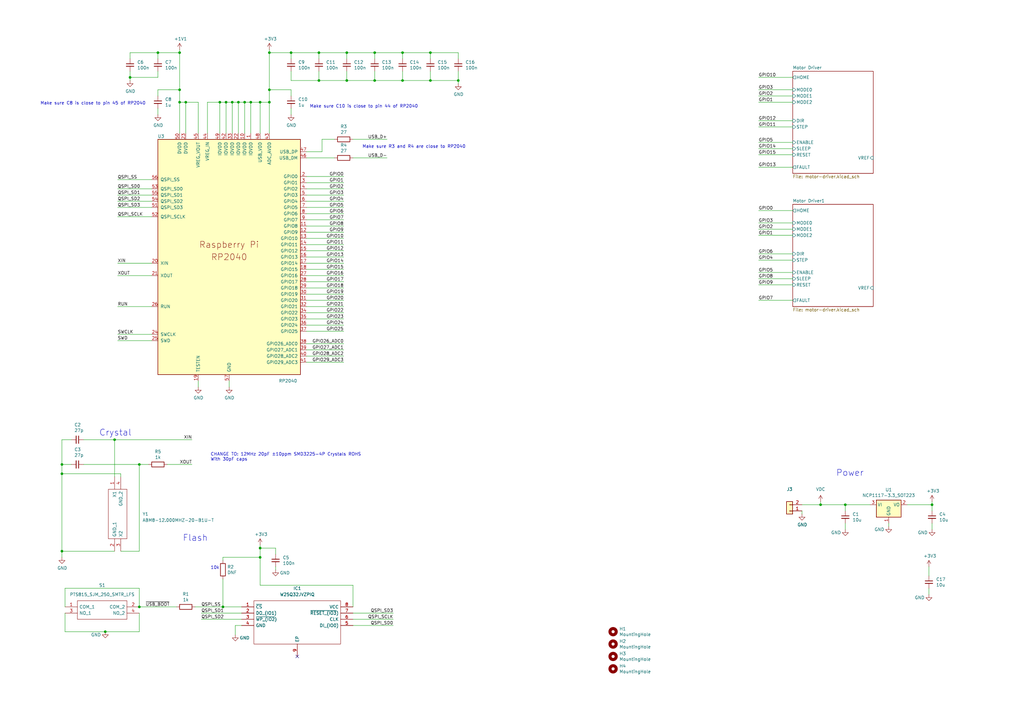
<source format=kicad_sch>
(kicad_sch (version 20230121) (generator eeschema)
  (paper "A3")
  (title_block (title "RP2040 Minimal Design Example") (date "2020-12-18") (rev "REV1") (company "Raspberry Pi (Trading) Ltd"))
  (lib_symbols
    (symbol "ABM8-12.000MHZ-20-B1U-T:ABM8-12.000MHZ-20-B1U-T" (pin_names (offset 0.762))
      (property "Reference" "Y" (at 26.67 7.62 0))
      (property "Value" "ABM8-12.000MHZ-20-B1U-T" (at 26.67 5.08 0))
      (symbol "ABM8-12.000MHZ-20-B1U-T_0_0"
        (pin passive line (at 0 -2.54 0) (length 5.08) (name "X1") (number "1"))
        (pin passive line (at 30.48 -2.54 180) (length 5.08) (name "GND_1") (number "2"))
        (pin passive line (at 30.48 0 180) (length 5.08) (name "X2") (number "3"))
        (pin passive line (at 0 0 0) (length 5.08) (name "GND_2") (number "4"))
      )
      (symbol "ABM8-12.000MHZ-20-B1U-T_0_1"
        (polyline (pts (xy 5.08 2.54) (xy 25.4 2.54) (xy 25.4 -5.08) (xy 5.08 -5.08) (xy 5.08 2.54)) (stroke (width 0.1524)))
      )
    )
    (symbol "Connector_Generic:Conn_01x02" (pin_names (offset 1.016) hide)
      (property "Reference" "J" (at 0 2.54 0))
      (property "Value" "Conn_01x02" (at 0 -5.08 0))
      (symbol "Conn_01x02_1_1"
        (rectangle (start -1.27 -2.413) (end 0 -2.667) (stroke (width 0.1524)))
        (rectangle (start -1.27 0.127) (end 0 -0.127) (stroke (width 0.1524)))
        (rectangle (start -1.27 1.27) (end 1.27 -3.81) (stroke (width 0.254)) (fill (type background)))
        (pin passive line (at -5.08 0 0) (length 3.81) (name "Pin_1") (number "1"))
        (pin passive line (at -5.08 -2.54 0) (length 3.81) (name "Pin_2") (number "2"))
      )
    )
    (symbol "Device:C_Small" (pin_numbers hide) (pin_names (offset 0.254) hide)
      (property "Reference" "C" (at 0.254 1.778 0))
      (property "Value" "C_Small" (at 0.254 -2.032 0))
      (symbol "C_Small_0_1"
        (polyline (pts (xy -1.524 -0.508) (xy 1.524 -0.508)) (stroke (width 0.3302)))
        (polyline (pts (xy -1.524 0.508) (xy 1.524 0.508)) (stroke (width 0.3048)))
      )
      (symbol "C_Small_1_1"
        (pin passive line (at 0 2.54 270) (length 2.032) (name "~") (number "1"))
        (pin passive line (at 0 -2.54 90) (length 2.032) (name "~") (number "2"))
      )
    )
    (symbol "Device:R" (pin_numbers hide) (pin_names (offset 0))
      (property "Reference" "R" (at 2.032 0 90))
      (property "Value" "R" (at 0 0 90))
      (symbol "R_0_1"
        (rectangle (start -1.016 -2.54) (end 1.016 2.54) (stroke (width 0.254)))
      )
      (symbol "R_1_1"
        (pin passive line (at 0 3.81 270) (length 1.27) (name "~") (number "1"))
        (pin passive line (at 0 -3.81 90) (length 1.27) (name "~") (number "2"))
      )
    )
    (symbol "MCU_RaspberryPi_RP2040:RP2040" (pin_names (offset 1.016))
      (property "Reference" "U" (at -29.21 49.53 0))
      (property "Value" "RP2040" (at 24.13 -49.53 0))
      (symbol "RP2040_0_0"
        (text "Raspberry Pi" (at 0 5.08 0) (effects (font (size 2.54 2.54))))
        (text "RP2040" (at 0 0 0) (effects (font (size 2.54 2.54))))
      )
      (symbol "RP2040_0_1"
        (rectangle (start 29.21 48.26) (end -29.21 -48.26) (stroke (width 0.254)) (fill (type background)))
      )
      (symbol "RP2040_1_1"
        (pin power_in line (at 8.89 50.8 270) (length 2.54) (name "IOVDD") (number "1"))
        (pin power_in line (at 6.35 50.8 270) (length 2.54) (name "IOVDD") (number "10"))
        (pin bidirectional line (at 31.75 12.7 180) (length 2.54) (name "GPIO8") (number "11"))
        (pin bidirectional line (at 31.75 10.16 180) (length 2.54) (name "GPIO9") (number "12"))
        (pin bidirectional line (at 31.75 7.62 180) (length 2.54) (name "GPIO10") (number "13"))
        (pin bidirectional line (at 31.75 5.08 180) (length 2.54) (name "GPIO11") (number "14"))
        (pin bidirectional line (at 31.75 2.54 180) (length 2.54) (name "GPIO12") (number "15"))
        (pin bidirectional line (at 31.75 0 180) (length 2.54) (name "GPIO13") (number "16"))
        (pin bidirectional line (at 31.75 -2.54 180) (length 2.54) (name "GPIO14") (number "17"))
        (pin bidirectional line (at 31.75 -5.08 180) (length 2.54) (name "GPIO15") (number "18"))
        (pin passive line (at -12.7 -50.8 90) (length 2.54) (name "TESTEN") (number "19"))
        (pin bidirectional line (at 31.75 33.02 180) (length 2.54) (name "GPIO0") (number "2"))
        (pin input line (at -31.75 -2.54 0) (length 2.54) (name "XIN") (number "20"))
        (pin passive line (at -31.75 -7.62 0) (length 2.54) (name "XOUT") (number "21"))
        (pin power_in line (at 3.81 50.8 270) (length 2.54) (name "IOVDD") (number "22"))
        (pin power_in line (at -17.78 50.8 270) (length 2.54) (name "DVDD") (number "23"))
        (pin output line (at -31.75 -31.75 0) (length 2.54) (name "SWCLK") (number "24"))
        (pin bidirectional line (at -31.75 -34.29 0) (length 2.54) (name "SWD") (number "25"))
        (pin input line (at -31.75 -20.32 0) (length 2.54) (name "RUN") (number "26"))
        (pin bidirectional line (at 31.75 -7.62 180) (length 2.54) (name "GPIO16") (number "27"))
        (pin bidirectional line (at 31.75 -10.16 180) (length 2.54) (name "GPIO17") (number "28"))
        (pin bidirectional line (at 31.75 -12.7 180) (length 2.54) (name "GPIO18") (number "29"))
        (pin bidirectional line (at 31.75 30.48 180) (length 2.54) (name "GPIO1") (number "3"))
        (pin bidirectional line (at 31.75 -15.24 180) (length 2.54) (name "GPIO19") (number "30"))
        (pin bidirectional line (at 31.75 -17.78 180) (length 2.54) (name "GPIO20") (number "31"))
        (pin bidirectional line (at 31.75 -20.32 180) (length 2.54) (name "GPIO21") (number "32"))
        (pin power_in line (at 1.27 50.8 270) (length 2.54) (name "IOVDD") (number "33"))
        (pin bidirectional line (at 31.75 -22.86 180) (length 2.54) (name "GPIO22") (number "34"))
        (pin bidirectional line (at 31.75 -25.4 180) (length 2.54) (name "GPIO23") (number "35"))
        (pin bidirectional line (at 31.75 -27.94 180) (length 2.54) (name "GPIO24") (number "36"))
        (pin bidirectional line (at 31.75 -30.48 180) (length 2.54) (name "GPIO25") (number "37"))
        (pin bidirectional line (at 31.75 -35.56 180) (length 2.54) (name "GPIO26_ADC0") (number "38"))
        (pin bidirectional line (at 31.75 -38.1 180) (length 2.54) (name "GPIO27_ADC1") (number "39"))
        (pin bidirectional line (at 31.75 27.94 180) (length 2.54) (name "GPIO2") (number "4"))
        (pin bidirectional line (at 31.75 -40.64 180) (length 2.54) (name "GPIO28_ADC2") (number "40"))
        (pin bidirectional line (at 31.75 -43.18 180) (length 2.54) (name "GPIO29_ADC3") (number "41"))
        (pin power_in line (at -1.27 50.8 270) (length 2.54) (name "IOVDD") (number "42"))
        (pin power_in line (at 16.51 50.8 270) (length 2.54) (name "ADC_AVDD") (number "43"))
        (pin power_in line (at -8.89 50.8 270) (length 2.54) (name "VREG_IN") (number "44"))
        (pin power_out line (at -12.7 50.8 270) (length 2.54) (name "VREG_VOUT") (number "45"))
        (pin bidirectional line (at 31.75 40.64 180) (length 2.54) (name "USB_DM") (number "46"))
        (pin bidirectional line (at 31.75 43.18 180) (length 2.54) (name "USB_DP") (number "47"))
        (pin power_in line (at 12.7 50.8 270) (length 2.54) (name "USB_VDD") (number "48"))
        (pin power_in line (at -3.81 50.8 270) (length 2.54) (name "IOVDD") (number "49"))
        (pin bidirectional line (at 31.75 25.4 180) (length 2.54) (name "GPIO3") (number "5"))
        (pin power_in line (at -20.32 50.8 270) (length 2.54) (name "DVDD") (number "50"))
        (pin bidirectional line (at -31.75 20.32 0) (length 2.54) (name "QSPI_SD3") (number "51"))
        (pin output line (at -31.75 16.51 0) (length 2.54) (name "QSPI_SCLK") (number "52"))
        (pin bidirectional line (at -31.75 27.94 0) (length 2.54) (name "QSPI_SD0") (number "53"))
        (pin bidirectional line (at -31.75 22.86 0) (length 2.54) (name "QSPI_SD2") (number "54"))
        (pin bidirectional line (at -31.75 25.4 0) (length 2.54) (name "QSPI_SD1") (number "55"))
        (pin bidirectional line (at -31.75 31.75 0) (length 2.54) (name "QSPI_SS") (number "56"))
        (pin power_in line (at 0 -50.8 90) (length 2.54) (name "GND") (number "57"))
        (pin bidirectional line (at 31.75 22.86 180) (length 2.54) (name "GPIO4") (number "6"))
        (pin bidirectional line (at 31.75 20.32 180) (length 2.54) (name "GPIO5") (number "7"))
        (pin bidirectional line (at 31.75 17.78 180) (length 2.54) (name "GPIO6") (number "8"))
        (pin bidirectional line (at 31.75 15.24 180) (length 2.54) (name "GPIO7") (number "9"))
      )
    )
    (symbol "Mechanical:MountingHole" (pin_names (offset 1.016))
      (property "Reference" "H" (at 0 5.08 0))
      (property "Value" "MountingHole" (at 0 3.175 0))
      (symbol "MountingHole_0_1"
        (circle (center 0 0) (radius 1.27) (stroke (width 1.27)))
      )
    )
    (symbol "PTS815_SJM_250_SMTR_LFS:PTS815_SJM_250_SMTR_LFS" (pin_names (offset 0.762))
      (property "Reference" "S" (at 26.67 7.62 0))
      (property "Value" "PTS815_SJM_250_SMTR_LFS" (at 26.67 5.08 0))
      (symbol "PTS815_SJM_250_SMTR_LFS_0_0"
        (pin passive line (at 0 0 0) (length 5.08) (name "COM_1") (number "1"))
        (pin passive line (at 30.48 0 180) (length 5.08) (name "COM_2") (number "2"))
        (pin passive line (at 0 -2.54 0) (length 5.08) (name "NO_1") (number "3"))
        (pin passive line (at 30.48 -2.54 180) (length 5.08) (name "NO_2") (number "4"))
      )
      (symbol "PTS815_SJM_250_SMTR_LFS_0_1"
        (polyline (pts (xy 5.08 2.54) (xy 25.4 2.54) (xy 25.4 -5.08) (xy 5.08 -5.08) (xy 5.08 2.54)) (stroke (width 0.1524)))
      )
    )
    (symbol "Regulator_Linear:NCP1117-3.3_SOT223"
      (property "Reference" "U" (at -3.81 3.175 0))
      (property "Value" "NCP1117-3.3_SOT223" (at 0 3.175 0))
      (symbol "NCP1117-3.3_SOT223_0_1"
        (rectangle (start -5.08 -5.08) (end 5.08 1.905) (stroke (width 0.254)) (fill (type background)))
      )
      (symbol "NCP1117-3.3_SOT223_1_1"
        (pin power_in line (at 0 -7.62 90) (length 2.54) (name "GND") (number "1"))
        (pin power_out line (at 7.62 0 180) (length 2.54) (name "VO") (number "2"))
        (pin power_in line (at -7.62 0 0) (length 2.54) (name "VI") (number "3"))
      )
    )
    (symbol "W25Q32JVZPIQ:W25Q32JVZPIQ" (pin_names (offset 0.762))
      (property "Reference" "IC" (at 41.91 7.62 0))
      (property "Value" "W25Q32JVZPIQ" (at 41.91 5.08 0))
      (symbol "W25Q32JVZPIQ_0_0"
        (pin passive line (at 0 0 0) (length 5.08) (name "~{CS}") (number "1"))
        (pin passive line (at 0 -2.54 0) (length 5.08) (name "DO_(IO1)") (number "2"))
        (pin passive line (at 0 -5.08 0) (length 5.08) (name "~{WP_(IO2})") (number "3"))
        (pin passive line (at 0 -7.62 0) (length 5.08) (name "GND") (number "4"))
        (pin passive line (at 45.72 -7.62 180) (length 5.08) (name "DI_(IO0)") (number "5"))
        (pin passive line (at 45.72 -5.08 180) (length 5.08) (name "CLK") (number "6"))
        (pin passive line (at 45.72 -2.54 180) (length 5.08) (name "~{RESET_(IO3})") (number "7"))
        (pin passive line (at 45.72 0 180) (length 5.08) (name "VCC") (number "8"))
        (pin passive line (at 22.86 -20.32 90) (length 5.08) (name "EP") (number "9"))
      )
      (symbol "W25Q32JVZPIQ_0_1"
        (polyline (pts (xy 5.08 2.54) (xy 40.64 2.54) (xy 40.64 -15.24) (xy 5.08 -15.24) (xy 5.08 2.54)) (stroke (width 0.1524)))
      )
    )
    (symbol "power:+1V1" (power) (pin_names (offset 0))
      (property "Value" "+1V1" (at 0 3.556 0))
      (symbol "+1V1_0_1"
        (polyline (pts (xy -0.762 1.27) (xy 0 2.54)))
        (polyline (pts (xy 0 0) (xy 0 2.54)))
        (polyline (pts (xy 0 2.54) (xy 0.762 1.27)))
      )
      (symbol "+1V1_1_1"
        (pin power_in line (at 0 0 90) (length 0) hide (name "+1V1") (number "1"))
      )
    )
    (symbol "power:+3V3" (power) (pin_names (offset 0))
      (property "Value" "+3V3" (at 0 3.556 0))
      (symbol "+3V3_0_1"
        (polyline (pts (xy -0.762 1.27) (xy 0 2.54)))
        (polyline (pts (xy 0 0) (xy 0 2.54)))
        (polyline (pts (xy 0 2.54) (xy 0.762 1.27)))
      )
      (symbol "+3V3_1_1"
        (pin power_in line (at 0 0 90) (length 0) hide (name "+3V3") (number "1"))
      )
    )
    (symbol "power:GND" (power) (pin_names (offset 0))
      (property "Value" "GND" (at 0 -3.81 0))
      (symbol "GND_0_1"
        (polyline (pts (xy 0 0) (xy 0 -1.27) (xy 1.27 -1.27) (xy 0 -2.54) (xy -1.27 -1.27) (xy 0 -1.27)))
      )
      (symbol "GND_1_1"
        (pin power_in line (at 0 0 270) (length 0) hide (name "GND") (number "1"))
      )
    )
    (symbol "power:VDC" (power) (pin_names (offset 0))
      (property "Value" "VDC" (at 0 6.35 0))
      (symbol "VDC_0_1"
        (polyline (pts (xy -0.762 1.27) (xy 0 2.54)))
        (polyline (pts (xy 0 0) (xy 0 2.54)))
        (polyline (pts (xy 0 2.54) (xy 0.762 1.27)))
      )
      (symbol "VDC_1_1"
        (pin power_in line (at 0 0 90) (length 0) hide (name "VDC") (number "1"))
      )
    )
  )
  (junction (at 346.71 207.01))
  (junction (at 165.1 21.59))
  (junction (at 43.18 259.08))
  (junction (at 176.53 33.02))
  (junction (at 57.15 190.5))
  (junction (at 100.33 41.91))
  (junction (at 25.4 190.5))
  (junction (at 73.66 36.83))
  (junction (at 102.87 41.91))
  (junction (at 106.68 228.6))
  (junction (at 153.67 21.59))
  (junction (at 25.4 194.31))
  (junction (at 53.34 31.75))
  (junction (at 92.71 41.91))
  (junction (at 73.66 41.91))
  (junction (at 57.15 248.92))
  (junction (at 382.27 207.01))
  (junction (at 119.38 21.59))
  (junction (at 64.77 21.59))
  (junction (at 187.96 33.02))
  (junction (at 176.53 21.59))
  (junction (at 153.67 33.02))
  (junction (at 76.2 41.91))
  (junction (at 46.99 180.34))
  (junction (at 142.24 21.59))
  (junction (at 95.25 41.91))
  (junction (at 130.81 21.59))
  (junction (at 130.81 33.02))
  (junction (at 142.24 33.02))
  (junction (at 90.17 41.91))
  (junction (at 110.49 21.59))
  (junction (at 97.79 41.91))
  (junction (at 91.44 248.92))
  (junction (at 106.68 41.91))
  (junction (at 25.4 226.06))
  (junction (at 106.68 224.79))
  (junction (at 73.66 21.59))
  (junction (at 336.55 207.01))
  (junction (at 165.1 33.02))
  (junction (at 110.49 36.83))
  (junction (at 110.49 41.91))
  (no_connect (at 121.92 269.24))
  (wire (pts (xy 176.53 21.59) (xy 187.96 21.59)))
  (wire (pts (xy 311.15 91.44) (xy 325.12 91.44)))
  (wire (pts (xy 165.1 21.59) (xy 176.53 21.59)))
  (wire (pts (xy 34.29 180.34) (xy 46.99 180.34)))
  (wire (pts (xy 62.23 137.16) (xy 48.26 137.16)))
  (wire (pts (xy 144.78 64.77) (xy 158.75 64.77)))
  (wire (pts (xy 26.67 241.3) (xy 57.15 241.3)))
  (wire (pts (xy 81.28 156.21) (xy 81.28 158.75)))
  (wire (pts (xy 311.15 68.58) (xy 325.12 68.58)))
  (wire (pts (xy 73.66 20.32) (xy 73.66 21.59)))
  (wire (pts (xy 99.06 251.46) (xy 82.55 251.46)))
  (wire (pts (xy 125.73 123.19) (xy 140.97 123.19)))
  (wire (pts (xy 48.26 85.09) (xy 62.23 85.09)))
  (wire (pts (xy 346.71 207.01) (xy 346.71 209.55)))
  (wire (pts (xy 125.73 125.73) (xy 140.97 125.73)))
  (wire (pts (xy 25.4 226.06) (xy 46.99 226.06)))
  (wire (pts (xy 125.73 64.77) (xy 137.16 64.77)))
  (wire (pts (xy 81.28 54.61) (xy 81.28 41.91)))
  (wire (pts (xy 64.77 44.45) (xy 64.77 46.99)))
  (wire (pts (xy 311.15 39.37) (xy 325.12 39.37)))
  (wire (pts (xy 43.18 259.08) (xy 57.15 259.08)))
  (wire (pts (xy 25.4 180.34) (xy 25.4 190.5)))
  (wire (pts (xy 125.73 115.57) (xy 140.97 115.57)))
  (wire (pts (xy 130.81 33.02) (xy 119.38 33.02)))
  (wire (pts (xy 46.99 180.34) (xy 78.74 180.34)))
  (wire (pts (xy 97.79 41.91) (xy 100.33 41.91)))
  (wire (pts (xy 46.99 180.34) (xy 46.99 195.58)))
  (wire (pts (xy 62.23 125.73) (xy 48.26 125.73)))
  (wire (pts (xy 119.38 36.83) (xy 119.38 39.37)))
  (wire (pts (xy 110.49 36.83) (xy 119.38 36.83)))
  (wire (pts (xy 336.55 207.01) (xy 346.71 207.01)))
  (wire (pts (xy 125.73 133.35) (xy 140.97 133.35)))
  (wire (pts (xy 53.34 21.59) (xy 64.77 21.59)))
  (wire (pts (xy 165.1 33.02) (xy 153.67 33.02)))
  (wire (pts (xy 125.73 107.95) (xy 140.97 107.95)))
  (wire (pts (xy 57.15 241.3) (xy 57.15 248.92)))
  (wire (pts (xy 142.24 21.59) (xy 142.24 24.13)))
  (wire (pts (xy 76.2 41.91) (xy 73.66 41.91)))
  (wire (pts (xy 187.96 33.02) (xy 187.96 34.29)))
  (wire (pts (xy 99.06 254) (xy 82.55 254)))
  (wire (pts (xy 91.44 237.49) (xy 91.44 248.92)))
  (wire (pts (xy 144.78 57.15) (xy 158.75 57.15)))
  (wire (pts (xy 142.24 21.59) (xy 153.67 21.59)))
  (wire (pts (xy 165.1 21.59) (xy 165.1 24.13)))
  (wire (pts (xy 153.67 33.02) (xy 142.24 33.02)))
  (wire (pts (xy 95.25 41.91) (xy 97.79 41.91)))
  (wire (pts (xy 356.87 207.01) (xy 346.71 207.01)))
  (wire (pts (xy 62.23 88.9) (xy 48.26 88.9)))
  (wire (pts (xy 97.79 54.61) (xy 97.79 41.91)))
  (wire (pts (xy 25.4 190.5) (xy 29.21 190.5)))
  (wire (pts (xy 73.66 41.91) (xy 73.66 54.61)))
  (wire (pts (xy 311.15 123.19) (xy 325.12 123.19)))
  (wire (pts (xy 311.15 116.84) (xy 325.12 116.84)))
  (wire (pts (xy 336.55 205.74) (xy 336.55 207.01)))
  (wire (pts (xy 125.73 130.81) (xy 140.97 130.81)))
  (wire (pts (xy 153.67 29.21) (xy 153.67 33.02)))
  (wire (pts (xy 73.66 21.59) (xy 73.66 36.83)))
  (wire (pts (xy 53.34 21.59) (xy 53.34 24.13)))
  (wire (pts (xy 311.15 58.42) (xy 325.12 58.42)))
  (wire (pts (xy 25.4 228.6) (xy 25.4 226.06)))
  (wire (pts (xy 125.73 95.25) (xy 140.97 95.25)))
  (wire (pts (xy 48.26 107.95) (xy 62.23 107.95)))
  (wire (pts (xy 62.23 113.03) (xy 48.26 113.03)))
  (wire (pts (xy 130.81 21.59) (xy 130.81 24.13)))
  (wire (pts (xy 25.4 190.5) (xy 25.4 194.31)))
  (wire (pts (xy 381 232.41) (xy 381 236.22)))
  (wire (pts (xy 125.73 135.89) (xy 140.97 135.89)))
  (wire (pts (xy 53.34 31.75) (xy 53.34 33.02)))
  (wire (pts (xy 311.15 114.3) (xy 325.12 114.3)))
  (wire (pts (xy 91.44 228.6) (xy 106.68 228.6)))
  (wire (pts (xy 25.4 194.31) (xy 25.4 226.06)))
  (wire (pts (xy 161.29 254) (xy 144.78 254)))
  (wire (pts (xy 125.73 92.71) (xy 140.97 92.71)))
  (wire (pts (xy 328.93 209.55) (xy 328.93 210.82)))
  (wire (pts (xy 165.1 29.21) (xy 165.1 33.02)))
  (wire (pts (xy 62.23 73.66) (xy 48.26 73.66)))
  (wire (pts (xy 176.53 21.59) (xy 176.53 24.13)))
  (wire (pts (xy 176.53 33.02) (xy 187.96 33.02)))
  (wire (pts (xy 90.17 41.91) (xy 92.71 41.91)))
  (wire (pts (xy 311.15 96.52) (xy 325.12 96.52)))
  (wire (pts (xy 311.15 52.07) (xy 325.12 52.07)))
  (wire (pts (xy 64.77 36.83) (xy 64.77 39.37)))
  (wire (pts (xy 85.09 41.91) (xy 90.17 41.91)))
  (wire (pts (xy 110.49 21.59) (xy 119.38 21.59)))
  (wire (pts (xy 125.73 110.49) (xy 140.97 110.49)))
  (wire (pts (xy 48.26 82.55) (xy 62.23 82.55)))
  (wire (pts (xy 132.08 57.15) (xy 137.16 57.15)))
  (wire (pts (xy 311.15 31.75) (xy 325.12 31.75)))
  (wire (pts (xy 93.98 156.21) (xy 93.98 158.75)))
  (wire (pts (xy 92.71 54.61) (xy 92.71 41.91)))
  (wire (pts (xy 153.67 21.59) (xy 165.1 21.59)))
  (wire (pts (xy 311.15 63.5) (xy 325.12 63.5)))
  (wire (pts (xy 382.27 214.63) (xy 382.27 217.17)))
  (wire (pts (xy 311.15 93.98) (xy 325.12 93.98)))
  (wire (pts (xy 125.73 113.03) (xy 140.97 113.03)))
  (wire (pts (xy 68.58 190.5) (xy 78.74 190.5)))
  (wire (pts (xy 125.73 77.47) (xy 140.97 77.47)))
  (wire (pts (xy 125.73 128.27) (xy 140.97 128.27)))
  (wire (pts (xy 90.17 54.61) (xy 90.17 41.91)))
  (wire (pts (xy 125.73 97.79) (xy 140.97 97.79)))
  (wire (pts (xy 125.73 74.93) (xy 140.97 74.93)))
  (wire (pts (xy 153.67 21.59) (xy 153.67 24.13)))
  (wire (pts (xy 125.73 80.01) (xy 140.97 80.01)))
  (wire (pts (xy 53.34 29.21) (xy 53.34 31.75)))
  (wire (pts (xy 311.15 60.96) (xy 325.12 60.96)))
  (wire (pts (xy 110.49 36.83) (xy 110.49 41.91)))
  (wire (pts (xy 34.29 190.5) (xy 57.15 190.5)))
  (wire (pts (xy 85.09 54.61) (xy 85.09 41.91)))
  (wire (pts (xy 96.52 256.54) (xy 96.52 260.35)))
  (wire (pts (xy 125.73 90.17) (xy 140.97 90.17)))
  (wire (pts (xy 125.73 118.11) (xy 140.97 118.11)))
  (wire (pts (xy 81.28 41.91) (xy 76.2 41.91)))
  (wire (pts (xy 187.96 29.21) (xy 187.96 33.02)))
  (wire (pts (xy 119.38 21.59) (xy 119.38 24.13)))
  (wire (pts (xy 91.44 229.87) (xy 91.44 228.6)))
  (wire (pts (xy 311.15 49.53) (xy 325.12 49.53)))
  (wire (pts (xy 25.4 180.34) (xy 29.21 180.34)))
  (wire (pts (xy 80.01 248.92) (xy 91.44 248.92)))
  (wire (pts (xy 125.73 87.63) (xy 140.97 87.63)))
  (wire (pts (xy 119.38 44.45) (xy 119.38 46.99)))
  (wire (pts (xy 125.73 102.87) (xy 140.97 102.87)))
  (wire (pts (xy 130.81 29.21) (xy 130.81 33.02)))
  (wire (pts (xy 73.66 36.83) (xy 73.66 41.91)))
  (wire (pts (xy 91.44 248.92) (xy 99.06 248.92)))
  (wire (pts (xy 57.15 226.06) (xy 57.15 190.5)))
  (wire (pts (xy 106.68 228.6) (xy 106.68 240.03)))
  (wire (pts (xy 125.73 62.23) (xy 132.08 62.23)))
  (wire (pts (xy 364.49 214.63) (xy 364.49 215.9)))
  (wire (pts (xy 144.78 256.54) (xy 161.29 256.54)))
  (wire (pts (xy 57.15 259.08) (xy 57.15 251.46)))
  (wire (pts (xy 102.87 41.91) (xy 106.68 41.91)))
  (wire (pts (xy 64.77 21.59) (xy 73.66 21.59)))
  (wire (pts (xy 328.93 207.01) (xy 336.55 207.01)))
  (wire (pts (xy 125.73 85.09) (xy 140.97 85.09)))
  (wire (pts (xy 106.68 240.03) (xy 144.78 240.03)))
  (wire (pts (xy 99.06 256.54) (xy 96.52 256.54)))
  (wire (pts (xy 57.15 248.92) (xy 72.39 248.92)))
  (wire (pts (xy 142.24 33.02) (xy 130.81 33.02)))
  (wire (pts (xy 311.15 41.91) (xy 325.12 41.91)))
  (wire (pts (xy 311.15 106.68) (xy 325.12 106.68)))
  (wire (pts (xy 311.15 104.14) (xy 325.12 104.14)))
  (wire (pts (xy 64.77 36.83) (xy 73.66 36.83)))
  (wire (pts (xy 142.24 29.21) (xy 142.24 33.02)))
  (wire (pts (xy 382.27 207.01) (xy 382.27 205.74)))
  (wire (pts (xy 125.73 82.55) (xy 140.97 82.55)))
  (wire (pts (xy 311.15 36.83) (xy 325.12 36.83)))
  (wire (pts (xy 110.49 21.59) (xy 110.49 36.83)))
  (wire (pts (xy 346.71 214.63) (xy 346.71 217.17)))
  (wire (pts (xy 144.78 251.46) (xy 161.29 251.46)))
  (wire (pts (xy 106.68 223.52) (xy 106.68 224.79)))
  (wire (pts (xy 48.26 77.47) (xy 62.23 77.47)))
  (wire (pts (xy 311.15 86.36) (xy 325.12 86.36)))
  (wire (pts (xy 92.71 41.91) (xy 95.25 41.91)))
  (wire (pts (xy 176.53 29.21) (xy 176.53 33.02)))
  (wire (pts (xy 76.2 54.61) (xy 76.2 41.91)))
  (wire (pts (xy 106.68 224.79) (xy 106.68 228.6)))
  (wire (pts (xy 49.53 194.31) (xy 49.53 195.58)))
  (wire (pts (xy 311.15 111.76) (xy 325.12 111.76)))
  (wire (pts (xy 106.68 41.91) (xy 110.49 41.91)))
  (wire (pts (xy 144.78 240.03) (xy 144.78 248.92)))
  (wire (pts (xy 53.34 31.75) (xy 64.77 31.75)))
  (wire (pts (xy 64.77 21.59) (xy 64.77 24.13)))
  (wire (pts (xy 125.73 100.33) (xy 140.97 100.33)))
  (wire (pts (xy 372.11 207.01) (xy 382.27 207.01)))
  (wire (pts (xy 26.67 248.92) (xy 26.67 241.3)))
  (wire (pts (xy 125.73 105.41) (xy 140.97 105.41)))
  (wire (pts (xy 26.67 259.08) (xy 43.18 259.08)))
  (wire (pts (xy 25.4 194.31) (xy 49.53 194.31)))
  (wire (pts (xy 132.08 57.15) (xy 132.08 62.23)))
  (wire (pts (xy 110.49 41.91) (xy 110.49 54.61)))
  (wire (pts (xy 113.03 224.79) (xy 106.68 224.79)))
  (wire (pts (xy 382.27 207.01) (xy 382.27 209.55)))
  (wire (pts (xy 119.38 29.21) (xy 119.38 33.02)))
  (wire (pts (xy 100.33 54.61) (xy 100.33 41.91)))
  (wire (pts (xy 125.73 72.39) (xy 140.97 72.39)))
  (wire (pts (xy 102.87 41.91) (xy 102.87 54.61)))
  (wire (pts (xy 176.53 33.02) (xy 165.1 33.02)))
  (wire (pts (xy 62.23 139.7) (xy 48.26 139.7)))
  (wire (pts (xy 130.81 21.59) (xy 142.24 21.59)))
  (wire (pts (xy 381 241.3) (xy 381 243.84)))
  (wire (pts (xy 95.25 54.61) (xy 95.25 41.91)))
  (wire (pts (xy 113.03 232.41) (xy 113.03 233.68)))
  (wire (pts (xy 100.33 41.91) (xy 102.87 41.91)))
  (wire (pts (xy 113.03 224.79) (xy 113.03 227.33)))
  (wire (pts (xy 49.53 226.06) (xy 57.15 226.06)))
  (wire (pts (xy 125.73 143.51) (xy 140.97 143.51)))
  (wire (pts (xy 187.96 21.59) (xy 187.96 24.13)))
  (wire (pts (xy 48.26 80.01) (xy 62.23 80.01)))
  (wire (pts (xy 57.15 190.5) (xy 60.96 190.5)))
  (wire (pts (xy 125.73 148.59) (xy 140.97 148.59)))
  (wire (pts (xy 125.73 140.97) (xy 140.97 140.97)))
  (wire (pts (xy 119.38 21.59) (xy 130.81 21.59)))
  (wire (pts (xy 26.67 251.46) (xy 26.67 259.08)))
  (wire (pts (xy 106.68 54.61) (xy 106.68 41.91)))
  (wire (pts (xy 64.77 29.21) (xy 64.77 31.75)))
  (wire (pts (xy 125.73 146.05) (xy 140.97 146.05)))
  (wire (pts (xy 110.49 20.32) (xy 110.49 21.59)))
  (wire (pts (xy 125.73 120.65) (xy 140.97 120.65)))
  (text "CHANGE TO: 12MHz 20pF ±10ppm SMD3225-4P Crystals ROHS\nWith 30pF caps" (at 86.36 189.23 0) (effects (font (size 1.27 1.27)) (justify left bottom)))
  (text "Flash" (at 74.93 222.25 0) (effects (font (size 2.54 2.54)) (justify left bottom)))
  (text "Power" (at 342.9 195.58 0) (effects (font (size 2.54 2.54)) (justify left bottom)))
  (text "Crystal" (at 40.64 179.07 0) (effects (font (size 2.54 2.54)) (justify left bottom)))
  (text "10k" (at 86.36 233.68 0) (effects (font (size 1.27 1.27)) (justify left bottom)))
  (text "Make sure C8 is close to pin 45 of RP2040" (at 16.51 43.18 0) (effects (font (size 1.27 1.27)) (justify left bottom)))
  (text "Make sure R3 and R4 are close to RP2040" (at 148.59 60.96 0) (effects (font (size 1.27 1.27)) (justify left bottom)))
  (text "Make sure C10 is close to pin 44 of RP2040" (at 127 44.45 0) (effects (font (size 1.27 1.27)) (justify left bottom)))
  (label "GPIO8" (at 311.15 114.3 0))
  (label "GPIO27_ADC1" (at 140.97 143.51 180))
  (label "GPIO24" (at 140.97 133.35 180))
  (label "GPIO25" (at 140.97 135.89 180))
  (label "QSPI_SD1" (at 82.55 251.46 0))
  (label "GPIO9" (at 140.97 95.25 180))
  (label "XIN" (at 48.26 107.95 0))
  (label "GPIO6" (at 140.97 87.63 180))
  (label "GPIO2" (at 311.15 39.37 0))
  (label "GPIO7" (at 140.97 90.17 180))
  (label "RUN" (at 48.26 125.73 0))
  (label "GPIO4" (at 311.15 106.68 0))
  (label "QSPI_SD2" (at 48.26 82.55 0))
  (label "USB_D-" (at 158.75 64.77 180))
  (label "GPIO5" (at 311.15 111.76 0))
  (label "QSPI_SD3" (at 161.29 251.46 180))
  (label "GPIO10" (at 140.97 97.79 180))
  (label "QSPI_SCLK" (at 48.26 88.9 0))
  (label "GPIO6" (at 311.15 104.14 0))
  (label "GPIO19" (at 140.97 120.65 180))
  (label "GPIO28_ADC2" (at 140.97 146.05 180))
  (label "GPIO1" (at 311.15 96.52 0))
  (label "SWCLK" (at 48.26 137.16 0))
  (label "GPIO9" (at 311.15 116.84 0))
  (label "GPIO22" (at 140.97 128.27 180))
  (label "GPIO12" (at 140.97 102.87 180))
  (label "GPIO4" (at 140.97 82.55 180))
  (label "QSPI_SD1" (at 48.26 80.01 0))
  (label "GPIO2" (at 311.15 93.98 0))
  (label "GPIO13" (at 311.15 68.58 0))
  (label "GPIO1" (at 140.97 74.93 180))
  (label "GPIO5" (at 311.15 58.42 0))
  (label "SWD" (at 48.26 139.7 0))
  (label "GPIO13" (at 140.97 105.41 180))
  (label "GPIO15" (at 140.97 110.49 180))
  (label "GPIO12" (at 311.15 49.53 0))
  (label "QSPI_SD3" (at 48.26 85.09 0))
  (label "QSPI_SD2" (at 82.55 254 0))
  (label "GPIO26_ADC0" (at 140.97 140.97 180))
  (label "GPIO10" (at 311.15 31.75 0))
  (label "GPIO0" (at 140.97 72.39 180))
  (label "GPIO11" (at 311.15 52.07 0))
  (label "GPIO7" (at 311.15 123.19 0))
  (label "GPIO11" (at 140.97 100.33 180))
  (label "GPIO8" (at 140.97 92.71 180))
  (label "GPIO2" (at 140.97 77.47 180))
  (label "~{USB_BOOT}" (at 59.69 248.92 0))
  (label "GPIO14" (at 140.97 107.95 180))
  (label "GPIO18" (at 140.97 118.11 180))
  (label "GPIO1" (at 311.15 41.91 0))
  (label "XOUT" (at 48.26 113.03 0))
  (label "XIN" (at 78.74 180.34 180))
  (label "GPIO23" (at 140.97 130.81 180))
  (label "GPIO5" (at 140.97 85.09 180))
  (label "GPIO14" (at 311.15 60.96 0))
  (label "GPIO3" (at 311.15 36.83 0))
  (label "GPIO20" (at 140.97 123.19 180))
  (label "GPIO0" (at 311.15 86.36 0))
  (label "GPIO3" (at 140.97 80.01 180))
  (label "QSPI_SS" (at 82.55 248.92 0))
  (label "GPIO15" (at 311.15 63.5 0))
  (label "QSPI_SCLK" (at 161.29 254 180))
  (label "QSPI_SD0" (at 48.26 77.47 0))
  (label "QSPI_SS" (at 48.26 73.66 0))
  (label "GPIO3" (at 311.15 91.44 0))
  (label "QSPI_SD0" (at 161.29 256.54 180))
  (label "XOUT" (at 78.74 190.5 180))
  (label "USB_D+" (at 158.75 57.15 180))
  (label "GPIO21" (at 140.97 125.73 180))
  (label "GPIO17" (at 140.97 115.57 180))
  (label "GPIO16" (at 140.97 113.03 180))
  (label "GPIO29_ADC3" (at 140.97 148.59 180))
  (symbol (lib_id "MCU_RaspberryPi_RP2040:RP2040") (at 93.98 105.41 0) (unit 1)
    (property "Reference" "U3" (at 66.04 55.88 0))
    (property "Value" "RP2040" (at 118.11 156.21 0))
    (property "Footprint" "RP2040_minimal:RP2040-QFN-56" (effects hide))
  )
  (symbol (lib_id "Device:C_Small") (at 31.75 180.34 270) (unit 1)
    (property "Reference" "C2" (at 30.48 174.2186 90) (effects (justify left)))
    (property "Value" "27p" (at 30.48 176.53 90) (effects (justify left)))
    (property "Footprint" "Capacitor_SMD:C_0402_1005Metric" (effects hide))
  )
  (symbol (lib_id "Device:C_Small") (at 31.75 190.5 270) (unit 1)
    (property "Reference" "C3" (at 30.48 184.3786 90) (effects (justify left)))
    (property "Value" "27p" (at 30.48 186.69 90) (effects (justify left)))
    (property "Footprint" "Capacitor_SMD:C_0402_1005Metric" (effects hide))
  )
  (symbol (lib_id "power:GND") (at 25.4 228.6 0) (unit 1)
    (property "Reference" "#PWR06" (effects hide))
    (property "Value" "GND" (at 25.527 232.9942 0))
  )
  (symbol (lib_id "power:+3V3") (at 106.68 223.52 0) (unit 1)
    (property "Reference" "#PWR07" (effects hide))
    (property "Value" "+3V3" (at 107.061 219.1258 0))
  )
  (symbol (lib_id "power:GND") (at 96.52 260.35 0) (unit 1)
    (property "Reference" "#PWR08" (effects hide))
    (property "Value" "GND" (at 100.33 261.62 0))
  )
  (symbol (lib_id "Device:R") (at 91.44 233.68 0) (unit 1)
    (property "Reference" "R2" (at 93.218 232.5116 0) (effects (justify left)))
    (property "Value" "DNF" (at 93.218 234.823 0) (effects (justify left)))
    (property "Footprint" "Capacitor_SMD:C_0402_1005Metric" (effects hide))
  )
  (symbol (lib_id "Device:R") (at 76.2 248.92 270) (unit 1)
    (property "Reference" "R1" (at 76.2 243.6622 90))
    (property "Value" "1k" (at 76.2 245.9736 90))
    (property "Footprint" "Capacitor_SMD:C_0402_1005Metric" (effects hide))
  )
  (symbol (lib_id "Device:C_Small") (at 113.03 229.87 0) (unit 1)
    (property "Reference" "C5" (at 115.951 228.7016 0) (effects (justify left)))
    (property "Value" "100n" (at 115.951 231.013 0) (effects (justify left)))
    (property "Footprint" "Capacitor_SMD:C_0402_1005Metric" (effects hide))
  )
  (symbol (lib_id "power:GND") (at 113.03 233.68 0) (unit 1)
    (property "Reference" "#PWR011" (effects hide))
    (property "Value" "GND" (at 116.84 234.95 0))
  )
  (symbol (lib_id "power:GND") (at 93.98 158.75 0) (unit 1)
    (property "Reference" "#PWR016" (effects hide))
    (property "Value" "GND" (at 94.107 163.1442 0))
  )
  (symbol (lib_id "power:GND") (at 81.28 158.75 0) (unit 1)
    (property "Reference" "#PWR015" (effects hide))
    (property "Value" "GND" (at 81.407 163.1442 0))
  )
  (symbol (lib_id "Device:R") (at 140.97 57.15 270) (unit 1)
    (property "Reference" "R3" (at 140.97 51.8922 90))
    (property "Value" "27" (at 140.97 54.2036 90))
    (property "Footprint" "Capacitor_SMD:C_0402_1005Metric" (effects hide))
  )
  (symbol (lib_id "Device:R") (at 140.97 64.77 270) (unit 1)
    (property "Reference" "R4" (at 140.97 59.5122 90))
    (property "Value" "27" (at 140.97 61.8236 90))
    (property "Footprint" "Capacitor_SMD:C_0402_1005Metric" (effects hide))
  )
  (symbol (lib_id "power:GND") (at 328.93 210.82 0) (unit 1)
    (property "Reference" "#PWR01" (effects hide))
    (property "Value" "GND" (at 329.057 215.2142 0))
  )
  (symbol (lib_id "power:+3V3") (at 110.49 20.32 0) (unit 1)
    (property "Reference" "#PWR017" (effects hide))
    (property "Value" "+3V3" (at 110.871 15.9258 0))
  )
  (symbol (lib_id "power:+1V1") (at 73.66 20.32 0) (unit 1)
    (property "Reference" "#PWR014" (effects hide))
    (property "Value" "+1V1" (at 74.041 15.9258 0))
  )
  (symbol (lib_id "Device:C_Small") (at 119.38 26.67 0) (unit 1)
    (property "Reference" "C9" (at 122.301 25.5016 0) (effects (justify left)))
    (property "Value" "100n" (at 122.301 27.813 0) (effects (justify left)))
    (property "Footprint" "Capacitor_SMD:C_0402_1005Metric" (effects hide))
  )
  (symbol (lib_id "Device:C_Small") (at 130.81 26.67 0) (unit 1)
    (property "Reference" "C11" (at 133.731 25.5016 0) (effects (justify left)))
    (property "Value" "100n" (at 133.731 27.813 0) (effects (justify left)))
    (property "Footprint" "Capacitor_SMD:C_0402_1005Metric" (effects hide))
  )
  (symbol (lib_id "Device:C_Small") (at 142.24 26.67 0) (unit 1)
    (property "Reference" "C12" (at 145.161 25.5016 0) (effects (justify left)))
    (property "Value" "100n" (at 145.161 27.813 0) (effects (justify left)))
    (property "Footprint" "Capacitor_SMD:C_0402_1005Metric" (effects hide))
  )
  (symbol (lib_id "Device:C_Small") (at 153.67 26.67 0) (unit 1)
    (property "Reference" "C13" (at 156.591 25.5016 0) (effects (justify left)))
    (property "Value" "100n" (at 156.591 27.813 0) (effects (justify left)))
    (property "Footprint" "Capacitor_SMD:C_0402_1005Metric" (effects hide))
  )
  (symbol (lib_id "Device:C_Small") (at 165.1 26.67 0) (unit 1)
    (property "Reference" "C14" (at 168.021 25.5016 0) (effects (justify left)))
    (property "Value" "100n" (at 168.021 27.813 0) (effects (justify left)))
    (property "Footprint" "Capacitor_SMD:C_0402_1005Metric" (effects hide))
  )
  (symbol (lib_id "Device:C_Small") (at 176.53 26.67 0) (unit 1)
    (property "Reference" "C15" (at 179.451 25.5016 0) (effects (justify left)))
    (property "Value" "100n" (at 179.451 27.813 0) (effects (justify left)))
    (property "Footprint" "Capacitor_SMD:C_0402_1005Metric" (effects hide))
  )
  (symbol (lib_id "Device:C_Small") (at 187.96 26.67 0) (unit 1)
    (property "Reference" "C16" (at 190.881 25.5016 0) (effects (justify left)))
    (property "Value" "100n" (at 190.881 27.813 0) (effects (justify left)))
    (property "Footprint" "Capacitor_SMD:C_0402_1005Metric" (effects hide))
  )
  (symbol (lib_id "Device:C_Small") (at 53.34 26.67 0) (unit 1)
    (property "Reference" "C6" (at 56.261 25.5016 0) (effects (justify left)))
    (property "Value" "100n" (at 56.261 27.813 0) (effects (justify left)))
    (property "Footprint" "Capacitor_SMD:C_0402_1005Metric" (effects hide))
  )
  (symbol (lib_id "Device:C_Small") (at 64.77 26.67 0) (unit 1)
    (property "Reference" "C7" (at 67.691 25.5016 0) (effects (justify left)))
    (property "Value" "100n" (at 67.691 27.813 0) (effects (justify left)))
    (property "Footprint" "Capacitor_SMD:C_0402_1005Metric" (effects hide))
  )
  (symbol (lib_id "Device:C_Small") (at 64.77 41.91 0) (unit 1)
    (property "Reference" "C8" (at 67.691 40.7416 0) (effects (justify left)))
    (property "Value" "1u" (at 67.691 43.053 0) (effects (justify left)))
    (property "Footprint" "Capacitor_SMD:C_0402_1005Metric" (effects hide))
  )
  (symbol (lib_id "Device:C_Small") (at 119.38 41.91 0) (unit 1)
    (property "Reference" "C10" (at 122.301 40.7416 0) (effects (justify left)))
    (property "Value" "1u" (at 122.301 43.053 0) (effects (justify left)))
    (property "Footprint" "Capacitor_SMD:C_0402_1005Metric" (effects hide))
  )
  (symbol (lib_id "Mechanical:MountingHole") (at 251.46 259.08 0) (unit 1)
    (property "Reference" "H1" (at 254 257.9116 0) (effects (justify left)))
    (property "Value" "MountingHole" (at 254 260.223 0) (effects (justify left)))
    (property "Footprint" "MountingHole:MountingHole_2.7mm_M2.5" (effects hide))
  )
  (symbol (lib_id "Mechanical:MountingHole") (at 251.46 264.16 0) (unit 1)
    (property "Reference" "H2" (at 254 262.9916 0) (effects (justify left)))
    (property "Value" "MountingHole" (at 254 265.303 0) (effects (justify left)))
    (property "Footprint" "MountingHole:MountingHole_2.7mm_M2.5" (effects hide))
  )
  (symbol (lib_id "Mechanical:MountingHole") (at 251.46 269.24 0) (unit 1)
    (property "Reference" "H3" (at 254 268.0716 0) (effects (justify left)))
    (property "Value" "MountingHole" (at 254 270.383 0) (effects (justify left)))
    (property "Footprint" "MountingHole:MountingHole_2.7mm_M2.5" (effects hide))
  )
  (symbol (lib_id "Mechanical:MountingHole") (at 251.46 274.32 0) (unit 1)
    (property "Reference" "H4" (at 254 273.1516 0) (effects (justify left)))
    (property "Value" "MountingHole" (at 254 275.463 0) (effects (justify left)))
    (property "Footprint" "MountingHole:MountingHole_2.7mm_M2.5" (effects hide))
  )
  (symbol (lib_id "power:GND") (at 187.96 34.29 0) (unit 1)
    (property "Reference" "#PWR023" (effects hide))
    (property "Value" "GND" (at 188.087 38.6842 0))
  )
  (symbol (lib_id "power:GND") (at 53.34 33.02 0) (unit 1)
    (property "Reference" "#PWR012" (effects hide))
    (property "Value" "GND" (at 53.467 37.4142 0))
  )
  (symbol (lib_id "power:GND") (at 64.77 46.99 0) (unit 1)
    (property "Reference" "#PWR013" (effects hide))
    (property "Value" "GND" (at 64.897 51.3842 0))
  )
  (symbol (lib_id "power:GND") (at 119.38 46.99 0) (unit 1)
    (property "Reference" "#PWR018" (effects hide))
    (property "Value" "GND" (at 119.507 51.3842 0))
  )
  (symbol (lib_id "Regulator_Linear:NCP1117-3.3_SOT223") (at 364.49 207.01 0) (unit 1)
    (property "Reference" "U1" (at 364.49 200.8632 0))
    (property "Value" "NCP1117-3.3_SOT223" (at 364.49 203.1746 0))
    (property "Footprint" "Package_TO_SOT_SMD:SOT-223-3_TabPin2" (effects hide))
    (property "Datasheet" "http://www.onsemi.com/pub_link/Collateral/NCP1117-D.PDF" (effects hide))
  )
  (symbol (lib_id "power:GND") (at 364.49 215.9 0) (unit 1)
    (property "Reference" "#PWR05" (effects hide))
    (property "Value" "GND" (at 360.68 217.17 0))
  )
  (symbol (lib_id "power:+3V3") (at 382.27 205.74 0) (unit 1)
    (property "Reference" "#PWR09" (effects hide))
    (property "Value" "+3V3" (at 382.651 201.3458 0))
  )
  (symbol (lib_id "Device:C_Small") (at 346.71 212.09 0) (unit 1)
    (property "Reference" "C1" (at 349.631 210.9216 0) (effects (justify left)))
    (property "Value" "10u" (at 349.631 213.233 0) (effects (justify left)))
    (property "Footprint" "Capacitor_SMD:C_0805_2012Metric" (effects hide))
  )
  (symbol (lib_id "Device:C_Small") (at 382.27 212.09 0) (unit 1)
    (property "Reference" "C4" (at 385.191 210.9216 0) (effects (justify left)))
    (property "Value" "10u" (at 385.191 213.233 0) (effects (justify left)))
    (property "Footprint" "Capacitor_SMD:C_0805_2012Metric" (effects hide))
  )
  (symbol (lib_id "power:GND") (at 346.71 217.17 0) (unit 1)
    (property "Reference" "#PWR04" (effects hide))
    (property "Value" "GND" (at 342.9 218.44 0))
  )
  (symbol (lib_id "power:GND") (at 382.27 217.17 0) (unit 1)
    (property "Reference" "#PWR010" (effects hide))
    (property "Value" "GND" (at 378.46 218.44 0))
  )
  (symbol (lib_id "Device:R") (at 64.77 190.5 270) (unit 1)
    (property "Reference" "R5" (at 64.77 185.2422 90))
    (property "Value" "1k" (at 64.77 187.5536 90))
    (property "Footprint" "Capacitor_SMD:C_0402_1005Metric" (effects hide))
  )
  (symbol (lib_id "power:+3V3") (at 381 232.41 0) (unit 1)
    (property "Reference" "#PWR024" (effects hide))
    (property "Value" "+3V3" (at 381.381 228.0158 0))
  )
  (symbol (lib_id "Device:C_Small") (at 381 238.76 0) (unit 1)
    (property "Reference" "C17" (at 383.921 237.5916 0) (effects (justify left)))
    (property "Value" "10u" (at 383.921 239.903 0) (effects (justify left)))
    (property "Footprint" "Capacitor_SMD:C_0805_2012Metric" (effects hide))
  )
  (symbol (lib_id "power:GND") (at 381 243.84 0) (unit 1)
    (property "Reference" "#PWR025" (effects hide))
    (property "Value" "GND" (at 377.19 245.11 0))
  )
  (symbol (lib_id "W25Q32JVZPIQ:W25Q32JVZPIQ") (at 99.06 248.92 0) (unit 1)
    (property "Reference" "IC1" (at 121.92 241.3 0))
    (property "Value" "W25Q32JVZPIQ" (at 121.92 243.84 0))
    (property "Footprint" "SON127P600X500X80-9N-D" (effects hide))
    (property "Datasheet" "https://www.winbond.com/hq/search-resource-file.jsp?partNo=W25Q32JVZPIQ&type=datasheet" (effects hide))
    (property "Description" "32M-bit Serial Flash Memory with uniform 4KB sectors and Dual/Quad SPI" (effects hide))
    (property "Height" "0.8" (effects hide))
    (property "Mouser #" "454-W25Q32JVZPIQ" (effects hide))
    (property "Mouser Price/Stock" "https://www.mouser.co.uk/ProductDetail/Winbond/W25Q32JVZPIQ?qs=qSfuJ%252Bfl%2Fd5Ca0jgzBVqQA%3D%3D" (effects hide))
    (property "Manufacturer_Name" "Winbond" (effects hide))
    (property "Mfr #" "W25Q32JVZPIQ" (effects hide))
    (property "LCSC #" "C571260" (effects hide))
  )
  (symbol (lib_id "PTS815_SJM_250_SMTR_LFS:PTS815_SJM_250_SMTR_LFS") (at 26.67 248.92 0) (unit 1)
    (property "Reference" "S1" (at 41.91 240.03 0))
    (property "Value" "PTS815_SJM_250_SMTR_LFS" (at 41.91 243.84 0))
    (property "Footprint" "tentacle-board:PTS815SJM250SMTRLFS" (effects hide))
    (property "Datasheet" "https://componentsearchengine.com/Datasheets/1/PTS815 SJM 250 SMTR LFS.pdf" (effects hide))
    (property "Description" "Tactile Switches Tact Switch, 12 VDC, 50 mA, 4.2x3.2, 2.5mm H, 180gf, J leads" (effects hide))
    (property "Height" "2.7" (effects hide))
    (property "Mouser #" "611-PTS815SJM250SMTR" (effects hide))
    (property "Mouser Price/Stock" "https://www.mouser.co.uk/ProductDetail/CK/PTS815-SJM-250-SMTR-LFS?qs=ahcBuItHZ3xKWmfV%2F2E6bA%3D%3D" (effects hide))
    (property "Manufacturer_Name" "C & K COMPONENTS" (effects hide))
    (property "Manufacturer_Part_Number" "PTS815 SJM 250 SMTR LFS" (effects hide))
    (property "Mfr #" "PTS815SJM250SMTRLFS" (effects hide))
    (property "LCSC #" "C2689510" (effects hide))
  )
  (symbol (lib_id "ABM8-12.000MHZ-20-B1U-T:ABM8-12.000MHZ-20-B1U-T") (at 49.53 195.58 270) (unit 1)
    (property "Reference" "Y1" (at 58.42 210.82 90) (effects (justify left)))
    (property "Value" "ABM8-12.000MHZ-20-B1U-T" (at 58.42 213.36 90) (effects (justify left)))
    (property "Footprint" "ABM810000MHZ12D2W" (effects hide))
    (property "Datasheet" "https://abracon.com/Resonators/abm8.pdf" (effects hide))
    (property "Description" "Crystal 12MHz +/-10ppm (Tol) +/-10ppm (Stability) 20pF FUND 120Ohm 4-Pin Ultra Mini-CSMD T/R" (effects hide))
    (property "Height" "0.8" (effects hide))
    (property "Mouser #" "815-M812000MHZ20B1UT" (effects hide))
    (property "Mouser Price/Stock" "https://www.mouser.co.uk/ProductDetail/ABRACON/ABM8-12.000MHZ-20-B1U-T?qs=vLWxofP3U2yROOOva%252BwLbA%3D%3D" (effects hide))
    (property "Manufacturer_Name" "ABRACON" (effects hide))
    (property "Manufacturer_Part_Number" "ABM8-12.000MHZ-20-B1U-T" (effects hide))
    (property "LCSC #" "C133334" (effects hide))
    (property "Mfr #" "ABM8-12.000MHZ-20-B1U-T" (effects hide))
    (property "Alt Mfr #" "TAXM12M4RLBDDT2T" (effects hide))
    (property "Alt JCSC #" "C1986468" (effects hide))
  )
  (symbol (lib_id "Connector_Generic:Conn_01x02") (at 323.85 209.55 180) (unit 1)
    (property "Reference" "J3" (at 323.85 200.66 0))
    (property "Value" "Conn_01x02" (effects hide))
    (property "Footprint" "Connector_JST:JST_XH_B2B-XH-A_1x02_P2.50mm_Vertical" (effects hide))
  )
  (symbol (lib_id "power:GND") (at 43.18 259.08 0) (unit 1)
    (property "Reference" "#PWR021" (effects hide))
    (property "Value" "GND" (at 39.37 260.35 0))
  )
  (symbol (lib_id "power:VDC") (at 336.55 205.74 0) (unit 1)
    (property "Reference" "#PWR03" (effects hide))
    (property "Value" "VDC" (at 336.55 200.66 0))
  )
  (sheet (at 325.12 83.82) (size 33.02 41.91) (stroke (width 0.1524))
    (property "Sheetname" "Motor Driver1" (at 325.12 83.1084 0) (effects (justify left bottom)))
    (property "Sheetfile" "motor-driver.kicad_sch" (at 325.12 126.3146 0) (effects (justify left top)))
    (pin "FAULT" output (at 325.12 123.19 180))
    (pin "MODE2" input (at 325.12 96.52 180))
    (pin "ENABLE" input (at 325.12 111.76 180))
    (pin "MODE1" input (at 325.12 93.98 180))
    (pin "RESET" input (at 325.12 116.84 180))
    (pin "MODE0" input (at 325.12 91.44 180))
    (pin "STEP" input (at 325.12 106.68 180))
    (pin "SLEEP" input (at 325.12 114.3 180))
    (pin "DIR" input (at 325.12 104.14 180))
    (pin "VREF" input (at 358.14 118.11 0))
    (pin "HOME" output (at 325.12 86.36 180))
  )
  (sheet (at 325.12 29.21) (size 33.02 41.91) (stroke (width 0.1524))
    (property "Sheetname" "Motor Driver" (at 325.12 28.4984 0) (effects (justify left bottom)))
    (property "Sheetfile" "motor-driver.kicad_sch" (at 325.12 71.7046 0) (effects (justify left top)))
    (pin "FAULT" output (at 325.12 68.58 180))
    (pin "MODE2" input (at 325.12 41.91 180))
    (pin "ENABLE" input (at 325.12 58.42 180))
    (pin "MODE1" input (at 325.12 39.37 180))
    (pin "RESET" input (at 325.12 63.5 180))
    (pin "MODE0" input (at 325.12 36.83 180))
    (pin "STEP" input (at 325.12 52.07 180))
    (pin "SLEEP" input (at 325.12 60.96 180))
    (pin "DIR" input (at 325.12 49.53 180))
    (pin "VREF" input (at 358.14 64.77 0))
    (pin "HOME" output (at 325.12 31.75 180))
  )
)
</source>
